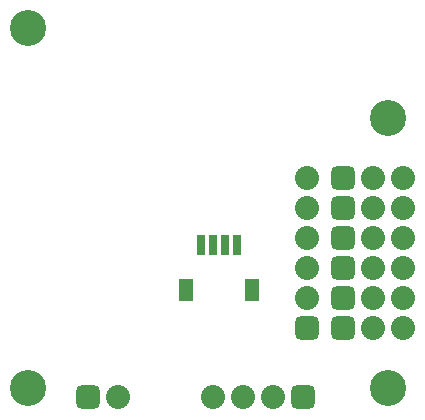
<source format=gbs>
%FSLAX25Y25*%
%MOIN*%
G70*
G01*
G75*
G04 Layer_Color=16711935*
%ADD10C,0.01000*%
%ADD11C,0.00800*%
%ADD12C,0.01200*%
%ADD13C,0.01500*%
%ADD14C,0.03000*%
%ADD15R,0.03150X0.02756*%
%ADD16R,0.02756X0.03150*%
%ADD17R,0.05118X0.05906*%
%ADD18R,0.03937X0.03937*%
%ADD19O,0.01181X0.08268*%
%ADD20O,0.08268X0.01181*%
%ADD21R,0.02362X0.03150*%
%ADD22R,0.05433X0.01772*%
%ADD23R,0.08268X0.05906*%
%ADD24R,0.07480X0.04626*%
%ADD25R,0.07480X0.09350*%
%ADD26R,0.03150X0.02362*%
%ADD27R,0.06102X0.02362*%
%ADD28R,0.07087X0.04724*%
%ADD29R,0.03543X0.03150*%
%ADD30R,0.05512X0.04331*%
%ADD31R,0.03543X0.02559*%
%ADD32R,0.05906X0.02362*%
%ADD33R,0.03543X0.03937*%
%ADD34R,0.01772X0.05512*%
%ADD35R,0.01772X0.05512*%
%ADD36R,0.01772X0.05512*%
%ADD37R,0.02800X0.01375*%
%ADD38R,0.01375X0.02800*%
%ADD39R,0.03150X0.04000*%
%ADD40R,0.01575X0.07677*%
%ADD41R,0.04331X0.02362*%
%ADD42C,0.02000*%
%ADD43C,0.07400*%
G04:AMPARAMS|DCode=44|XSize=74mil|YSize=74mil|CornerRadius=18.5mil|HoleSize=0mil|Usage=FLASHONLY|Rotation=90.000|XOffset=0mil|YOffset=0mil|HoleType=Round|Shape=RoundedRectangle|*
%AMROUNDEDRECTD44*
21,1,0.07400,0.03700,0,0,90.0*
21,1,0.03700,0.07400,0,0,90.0*
1,1,0.03700,0.01850,0.01850*
1,1,0.03700,0.01850,-0.01850*
1,1,0.03700,-0.01850,-0.01850*
1,1,0.03700,-0.01850,0.01850*
%
%ADD44ROUNDEDRECTD44*%
%ADD45C,0.11417*%
G04:AMPARAMS|DCode=46|XSize=74mil|YSize=74mil|CornerRadius=18.5mil|HoleSize=0mil|Usage=FLASHONLY|Rotation=0.000|XOffset=0mil|YOffset=0mil|HoleType=Round|Shape=RoundedRectangle|*
%AMROUNDEDRECTD46*
21,1,0.07400,0.03700,0,0,0.0*
21,1,0.03700,0.07400,0,0,0.0*
1,1,0.03700,0.01850,-0.01850*
1,1,0.03700,-0.01850,-0.01850*
1,1,0.03700,-0.01850,0.01850*
1,1,0.03700,0.01850,0.01850*
%
%ADD46ROUNDEDRECTD46*%
%ADD47C,0.02800*%
%ADD48C,0.03100*%
%ADD49R,0.02362X0.06102*%
%ADD50R,0.04724X0.07087*%
%ADD51C,0.00984*%
%ADD52C,0.02362*%
%ADD53C,0.00787*%
%ADD54C,0.00591*%
%ADD55C,0.00500*%
%ADD56C,0.00394*%
%ADD57R,0.02564X0.01139*%
%ADD58R,0.01139X0.02564*%
%ADD59R,0.03750X0.03356*%
%ADD60R,0.03356X0.03750*%
%ADD61R,0.05718X0.06506*%
%ADD62R,0.04537X0.04537*%
%ADD63O,0.01781X0.08868*%
%ADD64O,0.08868X0.01781*%
%ADD65R,0.02962X0.03750*%
%ADD66R,0.06102X0.02441*%
%ADD67R,0.08868X0.06506*%
%ADD68R,0.08080X0.05226*%
%ADD69R,0.08080X0.09950*%
%ADD70R,0.03750X0.02962*%
%ADD71R,0.06504X0.02764*%
%ADD72R,0.07488X0.05126*%
%ADD73R,0.04143X0.03750*%
%ADD74R,0.06112X0.04931*%
%ADD75R,0.04143X0.03159*%
%ADD76R,0.06506X0.02962*%
%ADD77R,0.04143X0.04537*%
%ADD78R,0.02372X0.06112*%
%ADD79R,0.02372X0.06112*%
%ADD80R,0.02372X0.06112*%
%ADD81R,0.03115X0.01690*%
%ADD82R,0.01690X0.03115*%
%ADD83R,0.02175X0.08277*%
%ADD84R,0.05118X0.03150*%
%ADD85C,0.08000*%
G04:AMPARAMS|DCode=86|XSize=80mil|YSize=80mil|CornerRadius=20mil|HoleSize=0mil|Usage=FLASHONLY|Rotation=90.000|XOffset=0mil|YOffset=0mil|HoleType=Round|Shape=RoundedRectangle|*
%AMROUNDEDRECTD86*
21,1,0.08000,0.04000,0,0,90.0*
21,1,0.04000,0.08000,0,0,90.0*
1,1,0.04000,0.02000,0.02000*
1,1,0.04000,0.02000,-0.02000*
1,1,0.04000,-0.02000,-0.02000*
1,1,0.04000,-0.02000,0.02000*
%
%ADD86ROUNDEDRECTD86*%
%ADD87C,0.12017*%
G04:AMPARAMS|DCode=88|XSize=80mil|YSize=80mil|CornerRadius=20mil|HoleSize=0mil|Usage=FLASHONLY|Rotation=0.000|XOffset=0mil|YOffset=0mil|HoleType=Round|Shape=RoundedRectangle|*
%AMROUNDEDRECTD88*
21,1,0.08000,0.04000,0,0,0.0*
21,1,0.04000,0.08000,0,0,0.0*
1,1,0.04000,0.02000,-0.02000*
1,1,0.04000,-0.02000,-0.02000*
1,1,0.04000,-0.02000,0.02000*
1,1,0.04000,0.02000,0.02000*
%
%ADD88ROUNDEDRECTD88*%
%ADD89R,0.02764X0.06504*%
%ADD90R,0.05126X0.07488*%
D85*
X104000Y70900D02*
D03*
Y80900D02*
D03*
Y90900D02*
D03*
Y100900D02*
D03*
Y110900D02*
D03*
X136000Y110900D02*
D03*
X126000D02*
D03*
X136000Y70900D02*
D03*
X126000D02*
D03*
X136000Y80900D02*
D03*
X126000D02*
D03*
X136000Y90900D02*
D03*
X126000D02*
D03*
X136000Y100900D02*
D03*
X126000D02*
D03*
X136000Y60900D02*
D03*
X126000D02*
D03*
X41000Y38000D02*
D03*
X92500D02*
D03*
X82500D02*
D03*
X72500D02*
D03*
D86*
X104000Y60900D02*
D03*
D87*
X10900Y160979D02*
D03*
Y40900D02*
D03*
X130979D02*
D03*
Y130979D02*
D03*
D88*
X116000Y110900D02*
D03*
Y70900D02*
D03*
Y80900D02*
D03*
Y90900D02*
D03*
Y100900D02*
D03*
X116000Y60900D02*
D03*
X31000Y38000D02*
D03*
X102500D02*
D03*
D89*
X72532Y88610D02*
D03*
X80406D02*
D03*
X76469D02*
D03*
X68594D02*
D03*
D90*
X85524Y73453D02*
D03*
X63476D02*
D03*
M02*

</source>
